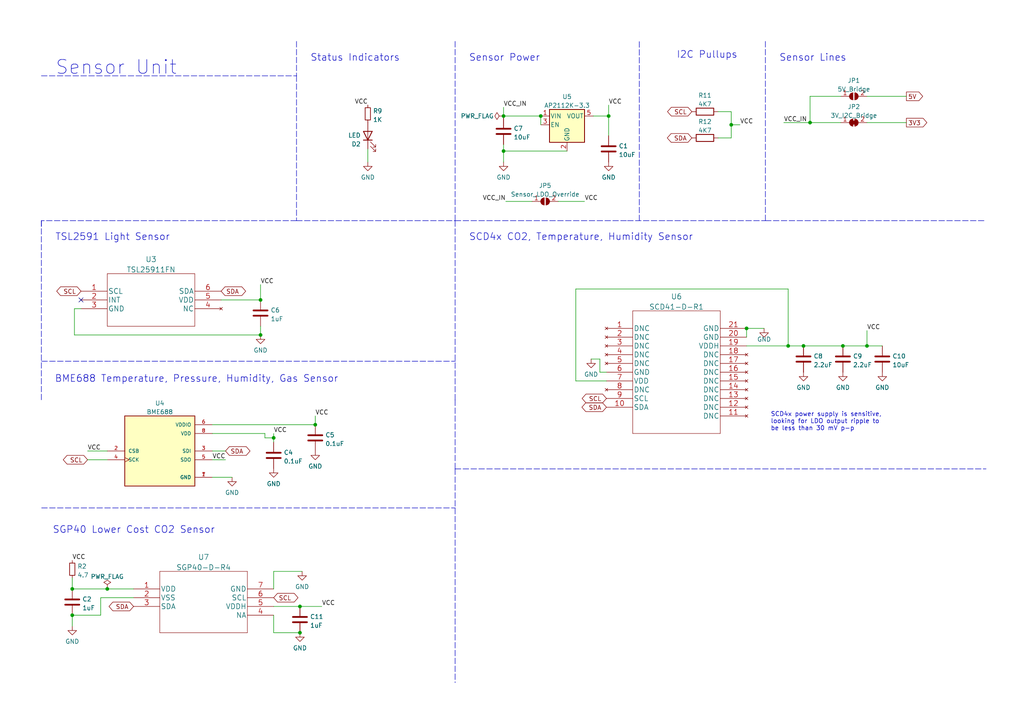
<source format=kicad_sch>
(kicad_sch (version 20211123) (generator eeschema)
  (paper "A4")
  (title_block (title "Mushlogger") (date "2022-11-30") (rev "v4") (company "Zach Goldstein"))
  (lib_symbols
    (symbol "BME688:BME688" (pin_names (offset 1.016))
      (property "Reference" "U" (at -10.16 10.668 0))
      (property "Value" "BME688" (at -10.16 -12.7 0))
      (symbol "BME688_0_0"
        (rectangle (start -10.16 -10.16) (end 10.16 10.16) (stroke (width 0.254)) (fill (type background)))
        (pin power_in line (at 15.24 -7.62 180) (length 5.08) (name "GND") (number "1"))
        (pin input line (at -15.24 0 0) (length 5.08) (name "CSB") (number "2"))
        (pin bidirectional line (at 15.24 0 180) (length 5.08) (name "SDI") (number "3"))
        (pin input clock (at -15.24 -2.54 0) (length 5.08) (name "SCK") (number "4"))
        (pin bidirectional line (at 15.24 -2.54 180) (length 5.08) (name "SDO") (number "5"))
        (pin power_in line (at 15.24 7.62 180) (length 5.08) (name "VDDIO") (number "6"))
        (pin power_in line (at 15.24 -7.62 180) (length 5.08) (name "GND") (number "7"))
        (pin power_in line (at 15.24 5.08 180) (length 5.08) (name "VDD") (number "8"))
      )
    )
    (symbol "Device:C" (pin_numbers hide) (pin_names (offset 0.254))
      (property "Reference" "C" (at 0.635 2.54 0))
      (property "Value" "C" (at 0.635 -2.54 0))
      (symbol "C_0_1"
        (polyline (pts (xy -2.032 -0.762) (xy 2.032 -0.762)) (stroke (width 0.508)))
        (polyline (pts (xy -2.032 0.762) (xy 2.032 0.762)) (stroke (width 0.508)))
      )
      (symbol "C_1_1"
        (pin passive line (at 0 3.81 270) (length 2.794) (name "~") (number "1"))
        (pin passive line (at 0 -3.81 90) (length 2.794) (name "~") (number "2"))
      )
    )
    (symbol "Device:LED" (pin_numbers hide) (pin_names (offset 1.016) hide)
      (property "Reference" "D" (at 0 2.54 0))
      (property "Value" "LED" (at 0 -2.54 0))
      (symbol "LED_0_1"
        (polyline (pts (xy -1.27 -1.27) (xy -1.27 1.27)) (stroke (width 0.254)))
        (polyline (pts (xy -1.27 0) (xy 1.27 0)))
        (polyline (pts (xy 1.27 -1.27) (xy 1.27 1.27) (xy -1.27 0) (xy 1.27 -1.27)) (stroke (width 0.254)))
        (polyline (pts (xy -3.048 -0.762) (xy -4.572 -2.286) (xy -3.81 -2.286) (xy -4.572 -2.286) (xy -4.572 -1.524)))
        (polyline (pts (xy -1.778 -0.762) (xy -3.302 -2.286) (xy -2.54 -2.286) (xy -3.302 -2.286) (xy -3.302 -1.524)))
      )
      (symbol "LED_1_1"
        (pin passive line (at -3.81 0 0) (length 2.54) (name "K") (number "1"))
        (pin passive line (at 3.81 0 180) (length 2.54) (name "A") (number "2"))
      )
    )
    (symbol "Device:R" (pin_numbers hide) (pin_names (offset 0))
      (property "Reference" "R" (at 2.032 0 90))
      (property "Value" "R" (at 0 0 90))
      (symbol "R_0_1"
        (rectangle (start -1.016 -2.54) (end 1.016 2.54) (stroke (width 0.254)))
      )
      (symbol "R_1_1"
        (pin passive line (at 0 3.81 270) (length 1.27) (name "~") (number "1"))
        (pin passive line (at 0 -3.81 90) (length 1.27) (name "~") (number "2"))
      )
    )
    (symbol "Device:R_Small" (pin_numbers hide) (pin_names (offset 0.254) hide)
      (property "Reference" "R" (at 0.762 0.508 0))
      (property "Value" "R_Small" (at 0.762 -1.016 0))
      (symbol "R_Small_0_1"
        (rectangle (start -0.762 1.778) (end 0.762 -1.778) (stroke (width 0.2032)))
      )
      (symbol "R_Small_1_1"
        (pin passive line (at 0 2.54 270) (length 0.762) (name "~") (number "1"))
        (pin passive line (at 0 -2.54 90) (length 0.762) (name "~") (number "2"))
      )
    )
    (symbol "Jumper:SolderJumper_2_Bridged" (pin_names (offset 0) hide)
      (property "Reference" "JP" (at 0 2.032 0))
      (property "Value" "SolderJumper_2_Bridged" (at 0 -2.54 0))
      (symbol "SolderJumper_2_Bridged_0_1"
        (rectangle (start -0.508 0.508) (end 0.508 -0.508) (fill (type outline)))
        (arc (start -0.254 1.016) (mid -1.27 0) (end -0.254 -1.016))
        (arc (start -0.254 1.016) (mid -1.27 0) (end -0.254 -1.016) (fill (type outline)))
        (polyline (pts (xy -0.254 1.016) (xy -0.254 -1.016)))
        (polyline (pts (xy 0.254 1.016) (xy 0.254 -1.016)))
        (arc (start 0.254 -1.016) (mid 1.27 0) (end 0.254 1.016))
        (arc (start 0.254 -1.016) (mid 1.27 0) (end 0.254 1.016) (fill (type outline)))
      )
      (symbol "SolderJumper_2_Bridged_1_1"
        (pin passive line (at -3.81 0 0) (length 2.54) (name "A") (number "1"))
        (pin passive line (at 3.81 0 180) (length 2.54) (name "B") (number "2"))
      )
    )
    (symbol "Jumper:SolderJumper_2_Open" (pin_names (offset 0) hide)
      (property "Reference" "JP" (at 0 2.032 0))
      (property "Value" "SolderJumper_2_Open" (at 0 -2.54 0))
      (symbol "SolderJumper_2_Open_0_1"
        (arc (start -0.254 1.016) (mid -1.27 0) (end -0.254 -1.016))
        (arc (start -0.254 1.016) (mid -1.27 0) (end -0.254 -1.016) (fill (type outline)))
        (polyline (pts (xy -0.254 1.016) (xy -0.254 -1.016)))
        (polyline (pts (xy 0.254 1.016) (xy 0.254 -1.016)))
        (arc (start 0.254 -1.016) (mid 1.27 0) (end 0.254 1.016))
        (arc (start 0.254 -1.016) (mid 1.27 0) (end 0.254 1.016) (fill (type outline)))
      )
      (symbol "SolderJumper_2_Open_1_1"
        (pin passive line (at -3.81 0 0) (length 2.54) (name "A") (number "1"))
        (pin passive line (at 3.81 0 180) (length 2.54) (name "B") (number "2"))
      )
    )
    (symbol "Regulator_Linear:AP2112K-3.3" (pin_names (offset 0.254))
      (property "Reference" "U" (at -5.08 5.715 0))
      (property "Value" "AP2112K-3.3" (at 0 5.715 0))
      (symbol "AP2112K-3.3_0_1"
        (rectangle (start -5.08 4.445) (end 5.08 -5.08) (stroke (width 0.254)) (fill (type background)))
      )
      (symbol "AP2112K-3.3_1_1"
        (pin power_in line (at -7.62 2.54 0) (length 2.54) (name "VIN") (number "1"))
        (pin power_in line (at 0 -7.62 90) (length 2.54) (name "GND") (number "2"))
        (pin input line (at -7.62 0 0) (length 2.54) (name "EN") (number "3"))
        (pin no_connect line (at 5.08 0 180) (length 2.54) hide (name "NC") (number "4"))
        (pin power_out line (at 7.62 2.54 180) (length 2.54) (name "VOUT") (number "5"))
      )
    )
    (symbol "power:GND" (power) (pin_names (offset 0))
      (property "Value" "GND" (at 0 -3.81 0))
      (symbol "GND_0_1"
        (polyline (pts (xy 0 0) (xy 0 -1.27) (xy 1.27 -1.27) (xy 0 -2.54) (xy -1.27 -1.27) (xy 0 -1.27)))
      )
      (symbol "GND_1_1"
        (pin power_in line (at 0 0 270) (length 0) hide (name "GND") (number "1"))
      )
    )
    (symbol "power:PWR_FLAG" (power) (pin_numbers hide) (pin_names (offset 0) hide)
      (property "Value" "PWR_FLAG" (at 0 3.81 0))
      (symbol "PWR_FLAG_0_0"
        (pin power_out line (at 0 0 90) (length 0) (name "pwr") (number "1"))
      )
      (symbol "PWR_FLAG_0_1"
        (polyline (pts (xy 0 0) (xy 0 1.27) (xy -1.016 1.905) (xy 0 2.54) (xy 1.016 1.905) (xy 0 1.27)))
      )
    )
    (symbol "ul_SCD41-D-R1:SCD41-D-R1" (pin_names (offset 0.254))
      (property "Reference" "U" (at 20.32 10.16 0))
      (property "Value" "SCD41-D-R1" (at 20.32 7.62 0))
      (symbol "SCD41-D-R1_1_1"
        (polyline (pts (xy 7.62 -30.48) (xy 33.02 -30.48)) (stroke (width 0.127)))
        (polyline (pts (xy 7.62 5.08) (xy 7.62 -30.48)) (stroke (width 0.127)))
        (polyline (pts (xy 33.02 -30.48) (xy 33.02 5.08)) (stroke (width 0.127)))
        (polyline (pts (xy 33.02 5.08) (xy 7.62 5.08)) (stroke (width 0.127)))
        (pin no_connect line (at 0 0 0) (length 7.62) (name "DNC") (number "1"))
        (pin bidirectional line (at 0 -22.86 0) (length 7.62) (name "SDA") (number "10"))
        (pin no_connect line (at 40.64 -25.4 180) (length 7.62) (name "DNC") (number "11"))
        (pin no_connect line (at 40.64 -22.86 180) (length 7.62) (name "DNC") (number "12"))
        (pin no_connect line (at 40.64 -20.32 180) (length 7.62) (name "DNC") (number "13"))
        (pin no_connect line (at 40.64 -17.78 180) (length 7.62) (name "DNC") (number "14"))
        (pin no_connect line (at 40.64 -15.24 180) (length 7.62) (name "DNC") (number "15"))
        (pin no_connect line (at 40.64 -12.7 180) (length 7.62) (name "DNC") (number "16"))
        (pin no_connect line (at 40.64 -10.16 180) (length 7.62) (name "DNC") (number "17"))
        (pin no_connect line (at 40.64 -7.62 180) (length 7.62) (name "DNC") (number "18"))
        (pin power_in line (at 40.64 -5.08 180) (length 7.62) (name "VDDH") (number "19"))
        (pin no_connect line (at 0 -2.54 0) (length 7.62) (name "DNC") (number "2"))
        (pin power_in line (at 40.64 -2.54 180) (length 7.62) (name "GND") (number "20"))
        (pin power_in line (at 40.64 0 180) (length 7.62) (name "GND") (number "21"))
        (pin no_connect line (at 0 -5.08 0) (length 7.62) (name "DNC") (number "3"))
        (pin no_connect line (at 0 -7.62 0) (length 7.62) (name "DNC") (number "4"))
        (pin no_connect line (at 0 -10.16 0) (length 7.62) (name "DNC") (number "5"))
        (pin power_in line (at 0 -12.7 0) (length 7.62) (name "GND") (number "6"))
        (pin power_in line (at 0 -15.24 0) (length 7.62) (name "VDD") (number "7"))
        (pin no_connect line (at 0 -17.78 0) (length 7.62) (name "DNC") (number "8"))
        (pin input line (at 0 -20.32 0) (length 7.62) (name "SCL") (number "9"))
      )
    )
    (symbol "ul_SGP40-D-R4:SGP40-D-R4" (pin_names (offset 0.254))
      (property "Reference" "U" (at 20.32 10.16 0))
      (property "Value" "SGP40-D-R4" (at 20.32 7.62 0))
      (symbol "SGP40-D-R4_1_1"
        (polyline (pts (xy 7.62 -12.7) (xy 33.02 -12.7)) (stroke (width 0.127)))
        (polyline (pts (xy 7.62 5.08) (xy 7.62 -12.7)) (stroke (width 0.127)))
        (polyline (pts (xy 33.02 -12.7) (xy 33.02 5.08)) (stroke (width 0.127)))
        (polyline (pts (xy 33.02 5.08) (xy 7.62 5.08)) (stroke (width 0.127)))
        (pin power_in line (at 0 0 0) (length 7.62) (name "VDD") (number "1"))
        (pin power_in line (at 0 -2.54 0) (length 7.62) (name "VSS") (number "2"))
        (pin bidirectional line (at 0 -5.08 0) (length 7.62) (name "SDA") (number "3"))
        (pin power_in line (at 40.64 -7.62 180) (length 7.62) (name "NA") (number "4"))
        (pin power_in line (at 40.64 -5.08 180) (length 7.62) (name "VDDH") (number "5"))
        (pin bidirectional line (at 40.64 -2.54 180) (length 7.62) (name "SCL") (number "6"))
        (pin power_in line (at 40.64 0 180) (length 7.62) (name "GND") (number "7"))
      )
    )
    (symbol "ul_TSL25911FN:TSL25911FN" (pin_names (offset 0.254))
      (property "Reference" "U" (at 20.32 10.16 0))
      (property "Value" "TSL25911FN" (at 20.32 7.62 0))
      (symbol "TSL25911FN_1_1"
        (polyline (pts (xy 7.62 -10.16) (xy 33.02 -10.16)) (stroke (width 0.127)))
        (polyline (pts (xy 7.62 5.08) (xy 7.62 -10.16)) (stroke (width 0.127)))
        (polyline (pts (xy 33.02 -10.16) (xy 33.02 5.08)) (stroke (width 0.127)))
        (polyline (pts (xy 33.02 5.08) (xy 7.62 5.08)) (stroke (width 0.127)))
        (pin input line (at 0 0 0) (length 7.62) (name "SCL") (number "1"))
        (pin unspecified line (at 0 -2.54 0) (length 7.62) (name "INT") (number "2"))
        (pin power_in line (at 0 -5.08 0) (length 7.62) (name "GND") (number "3"))
        (pin no_connect line (at 40.64 -5.08 180) (length 7.62) (name "NC") (number "4"))
        (pin power_in line (at 40.64 -2.54 180) (length 7.62) (name "VDD") (number "5"))
        (pin bidirectional line (at 40.64 0 180) (length 7.62) (name "SDA") (number "6"))
      )
    )
  )
  (junction (at 86.995 175.895))
  (junction (at 20.955 178.435))
  (junction (at 146.05 33.655))
  (junction (at 156.845 33.655))
  (junction (at 86.995 183.515))
  (junction (at 91.44 123.19))
  (junction (at 79.375 127))
  (junction (at 176.53 33.655))
  (junction (at 244.475 100.33))
  (junction (at 228.6 100.33))
  (junction (at 233.045 100.33))
  (junction (at 216.535 95.25))
  (junction (at 212.09 36.195))
  (junction (at 20.955 170.815))
  (junction (at 234.95 35.56))
  (junction (at 251.46 100.33))
  (junction (at 146.05 43.815))
  (junction (at 75.565 86.995))
  (junction (at 31.115 170.815))
  (junction (at 75.565 97.155))
  (no_connect (at 23.495 86.995))
  (wire (pts (xy 227.33 35.56) (xy 234.95 35.56)))
  (polyline (pts (xy 12.08 104.775) (xy 132.08 104.775)))
  (polyline (pts (xy 132 12) (xy 132 16)))
  (polyline (pts (xy 86 64) (xy 12 64)))
  (wire (pts (xy 61.595 123.19) (xy 91.44 123.19)))
  (wire (pts (xy 228.6 100.33) (xy 233.045 100.33)))
  (wire (pts (xy 86.995 175.895) (xy 93.345 175.895)))
  (wire (pts (xy 167.005 83.82) (xy 228.6 83.82)))
  (wire (pts (xy 216.535 95.25) (xy 216.535 97.79)))
  (wire (pts (xy 251.46 35.56) (xy 262.89 35.56)))
  (wire (pts (xy 64.135 86.995) (xy 75.565 86.995)))
  (wire (pts (xy 79.375 183.515) (xy 86.995 183.515)))
  (wire (pts (xy 76.835 127) (xy 76.835 125.73)))
  (polyline (pts (xy 222 64) (xy 222 16)))
  (wire (pts (xy 176.53 33.655) (xy 176.53 39.37)))
  (wire (pts (xy 21.59 97.155) (xy 75.565 97.155)))
  (wire (pts (xy 161.925 58.42) (xy 169.545 58.42)))
  (polyline (pts (xy 132 64) (xy 182 64)))
  (wire (pts (xy 79.375 127) (xy 79.375 128.27)))
  (wire (pts (xy 79.375 127) (xy 76.835 127)))
  (wire (pts (xy 216.535 95.25) (xy 221.615 95.25)))
  (wire (pts (xy 251.46 100.33) (xy 255.905 100.33)))
  (polyline (pts (xy 12 64) (xy 12 66)))
  (polyline (pts (xy 12.065 147.32) (xy 132.065 147.32)))
  (polyline (pts (xy 182 64) (xy 222 64)))
  (wire (pts (xy 146.05 33.655) (xy 146.05 34.29)))
  (wire (pts (xy 216.535 100.33) (xy 228.6 100.33)))
  (wire (pts (xy 25.4 133.35) (xy 31.115 133.35)))
  (wire (pts (xy 233.045 100.33) (xy 244.475 100.33)))
  (polyline (pts (xy 12 64) (xy 12 116)))
  (polyline (pts (xy 185.42 12.065) (xy 185.42 64.135)))
  (wire (pts (xy 29.21 178.435) (xy 20.955 178.435)))
  (wire (pts (xy 29.21 173.355) (xy 29.21 178.435)))
  (wire (pts (xy 234.95 27.94) (xy 234.95 35.56)))
  (wire (pts (xy 20.955 167.64) (xy 20.955 170.815)))
  (wire (pts (xy 75.565 82.55) (xy 75.565 86.995)))
  (wire (pts (xy 79.375 165.735) (xy 87.63 165.735)))
  (wire (pts (xy 172.085 33.655) (xy 176.53 33.655)))
  (polyline (pts (xy 222 12) (xy 222 16)))
  (wire (pts (xy 228.6 83.82) (xy 228.6 100.33)))
  (polyline (pts (xy 86 64) (xy 132 64)))
  (wire (pts (xy 243.84 27.94) (xy 234.95 27.94)))
  (polyline (pts (xy 86 22) (xy 86 64)))
  (wire (pts (xy 208.28 40.005) (xy 212.09 40.005)))
  (wire (pts (xy 167.005 110.49) (xy 175.895 110.49)))
  (wire (pts (xy 75.565 94.615) (xy 75.565 97.155)))
  (wire (pts (xy 106.68 46.99) (xy 106.68 43.18)))
  (wire (pts (xy 146.05 43.815) (xy 164.465 43.815)))
  (wire (pts (xy 244.475 100.33) (xy 251.46 100.33)))
  (wire (pts (xy 146.05 43.815) (xy 146.05 46.99)))
  (wire (pts (xy 212.09 32.385) (xy 212.09 36.195)))
  (wire (pts (xy 21.59 89.535) (xy 23.495 89.535)))
  (wire (pts (xy 61.595 125.73) (xy 76.835 125.73)))
  (wire (pts (xy 25.4 130.81) (xy 31.115 130.81)))
  (wire (pts (xy 31.115 170.815) (xy 38.735 170.815)))
  (polyline (pts (xy 132 136) (xy 286 136)))
  (polyline (pts (xy 86 12) (xy 86 22)))
  (wire (pts (xy 20.955 170.815) (xy 31.115 170.815)))
  (wire (pts (xy 79.375 175.895) (xy 86.995 175.895)))
  (polyline (pts (xy 132 136) (xy 132 198)))
  (wire (pts (xy 176.53 33.655) (xy 176.53 30.48)))
  (wire (pts (xy 146.05 41.91) (xy 146.05 43.815)))
  (wire (pts (xy 208.28 32.385) (xy 212.09 32.385)))
  (polyline (pts (xy 222 64) (xy 286 64)))
  (wire (pts (xy 146.685 58.42) (xy 154.305 58.42)))
  (wire (pts (xy 79.375 178.435) (xy 79.375 183.515)))
  (wire (pts (xy 61.595 130.81) (xy 65.405 130.81)))
  (wire (pts (xy 61.595 138.43) (xy 67.31 138.43)))
  (wire (pts (xy 173.99 107.95) (xy 173.99 104.14)))
  (wire (pts (xy 173.99 104.14) (xy 171.45 104.14)))
  (wire (pts (xy 79.375 170.815) (xy 79.375 165.735)))
  (wire (pts (xy 79.375 125.73) (xy 79.375 127)))
  (wire (pts (xy 234.95 35.56) (xy 243.84 35.56)))
  (polyline (pts (xy 132 116) (xy 132 136)))
  (wire (pts (xy 38.735 173.355) (xy 29.21 173.355)))
  (polyline (pts (xy 12 22) (xy 86 22)))
  (wire (pts (xy 212.09 36.195) (xy 214.63 36.195)))
  (polyline (pts (xy 132 64) (xy 132 16)))
  (wire (pts (xy 146.05 31.115) (xy 146.05 33.655)))
  (wire (pts (xy 21.59 97.155) (xy 21.59 89.535)))
  (wire (pts (xy 251.46 95.885) (xy 251.46 100.33)))
  (wire (pts (xy 20.955 178.435) (xy 20.955 181.61)))
  (wire (pts (xy 167.005 110.49) (xy 167.005 83.82)))
  (wire (pts (xy 91.44 120.65) (xy 91.44 123.19)))
  (wire (pts (xy 156.845 33.655) (xy 146.05 33.655)))
  (wire (pts (xy 156.845 33.655) (xy 156.845 36.195)))
  (polyline (pts (xy 132 116) (xy 132 64)))
  (wire (pts (xy 212.09 40.005) (xy 212.09 36.195)))
  (wire (pts (xy 251.46 27.94) (xy 262.89 27.94)))
  (wire (pts (xy 175.895 107.95) (xy 173.99 107.95)))
  (wire (pts (xy 61.595 133.35) (xy 65.405 133.35)))
  (text "Sensor Lines" (at 226 18 0) (effects (font (size 2 2)) (justify left bottom)))
  (text "TSL2591 Light Sensor" (at 16 70 0) (effects (font (size 2 2)) (justify left bottom)))
  (text "I2C Pullups" (at 196.215 17.145 0) (effects (font (size 2 2)) (justify left bottom)))
  (text "Sensor Power" (at 136 18 0) (effects (font (size 2 2)) (justify left bottom)))
  (text "SGP40 Lower Cost CO2 Sensor" (at 15.24 154.94 0) (effects (font (size 2 2)) (justify left bottom)))
  (text "Status Indicators" (at 90 18 0) (effects (font (size 2 2)) (justify left bottom)))
  (text "SCD4x CO2, Temperature, Humidity Sensor " (at 136 70 0) (effects (font (size 2 2)) (justify left bottom)))
  (text "Sensor Unit" (at 16 22 0) (effects (font (size 4 4)) (justify left bottom)))
  (text "SCD4x power supply is sensitive, \nlooking for LDO output ripple to \nbe less than 30 mV p-p" (at 223.52 125.095 0) (effects (font (size 1.27 1.27)) (justify left bottom)))
  (text "BME688 Temperature, Pressure, Humidity, Gas Sensor" (at 15.875 111.125 0) (effects (font (size 2 2)) (justify left bottom)))
  (label "VCC" (at 251.46 95.885 0))
  (label "VCC" (at 214.63 36.195 0))
  (label "VCC" (at 169.545 58.42 0))
  (label "VCC" (at 93.345 175.895 0))
  (label "VCC_IN" (at 146.05 31.115 0))
  (label "VCC" (at 176.53 30.48 0))
  (label "VCC" (at 65.405 133.35 180))
  (label "VCC" (at 20.955 162.56 0))
  (label "VCC" (at 106.68 30.48 180))
  (label "VCC_IN" (at 146.685 58.42 180))
  (label "VCC" (at 79.375 125.73 0))
  (label "VCC_IN" (at 227.33 35.56 0))
  (label "VCC" (at 91.44 120.65 0))
  (label "VCC" (at 25.4 130.81 0))
  (label "VCC" (at 75.565 82.55 0))
  (global_label "SCL" (shape bidirectional) (at 175.895 115.57 180) (property "Intersheet References" "${INTERSHEET_REFS}" (effects hide)))
  (global_label "5V" (shape output) (at 262.89 27.94 0) (property "Intersheet References" "${INTERSHEET_REFS}" (effects hide)))
  (global_label "SDA" (shape bidirectional) (at 175.895 118.11 180) (property "Intersheet References" "${INTERSHEET_REFS}" (effects hide)))
  (global_label "SCL" (shape bidirectional) (at 79.375 173.355 0) (property "Intersheet References" "${INTERSHEET_REFS}" (effects hide)))
  (global_label "SCL" (shape bidirectional) (at 23.495 84.455 180) (property "Intersheet References" "${INTERSHEET_REFS}" (effects hide)))
  (global_label "SDA" (shape bidirectional) (at 64.135 84.455 0) (property "Intersheet References" "${INTERSHEET_REFS}" (effects hide)))
  (global_label "3V3" (shape output) (at 262.89 35.56 0) (property "Intersheet References" "${INTERSHEET_REFS}" (effects hide)))
  (global_label "SCL" (shape bidirectional) (at 25.4 133.35 180) (property "Intersheet References" "${INTERSHEET_REFS}" (effects hide)))
  (global_label "SDA" (shape bidirectional) (at 38.735 175.895 180) (property "Intersheet References" "${INTERSHEET_REFS}" (effects hide)))
  (global_label "SDA" (shape bidirectional) (at 200.66 40.005 180) (property "Intersheet References" "${INTERSHEET_REFS}" (effects hide)))
  (global_label "SDA" (shape bidirectional) (at 65.405 130.81 0) (property "Intersheet References" "${INTERSHEET_REFS}" (effects hide)))
  (global_label "SCL" (shape bidirectional) (at 200.66 32.385 180) (property "Intersheet References" "${INTERSHEET_REFS}" (effects hide)))
  (symbol (lib_id "Device:R_Small") (at 106.68 33.02 180) (unit 1)
    (property "Reference" "R9" (at 108.1786 32.1853 0) (effects (justify right)))
    (property "Value" "1K" (at 108.1786 34.7222 0) (effects (justify right)))
    (property "Footprint" "Resistor_SMD:R_0805_2012Metric" (effects hide))
  )
  (symbol (lib_id "Device:C") (at 255.905 104.14 0) (unit 1)
    (property "Reference" "C10" (at 258.826 103.3053 0) (effects (justify left)))
    (property "Value" "10uF" (at 258.826 105.8422 0) (effects (justify left)))
    (property "Footprint" "Capacitor_SMD:C_0805_2012Metric" (effects hide))
  )
  (symbol (lib_id "Device:R") (at 204.47 32.385 90) (unit 1)
    (property "Reference" "R11" (at 204.47 27.6692 90))
    (property "Value" "4K7" (at 204.47 30.2061 90))
    (property "Footprint" "Resistor_SMD:R_0805_2012Metric" (effects hide))
  )
  (symbol (lib_id "Device:C") (at 176.53 43.18 0) (unit 1)
    (property "Reference" "C1" (at 179.451 42.3453 0) (effects (justify left)))
    (property "Value" "10uF" (at 179.451 44.8822 0) (effects (justify left)))
    (property "Footprint" "Capacitor_SMD:C_0805_2012Metric" (effects hide))
  )
  (symbol (lib_id "Device:R") (at 204.47 40.005 90) (unit 1)
    (property "Reference" "R12" (at 204.47 35.2892 90))
    (property "Value" "4K7" (at 204.47 37.8261 90))
    (property "Footprint" "Resistor_SMD:R_0805_2012Metric" (effects hide))
  )
  (symbol (lib_id "power:GND") (at 79.375 135.89 0) (unit 1)
    (property "Reference" "#PWR0103" (effects hide))
    (property "Value" "GND" (at 79.375 140.3334 0))
  )
  (symbol (lib_id "Jumper:SolderJumper_2_Open") (at 247.65 27.94 0) (unit 1)
    (property "Reference" "JP1" (at 247.65 23.3512 0))
    (property "Value" "5V_Bridge" (at 247.65 25.8881 0))
    (property "Footprint" "Jumper:SolderJumper-2_P1.3mm_Open_Pad1.0x1.5mm" (effects hide))
  )
  (symbol (lib_id "Device:C") (at 86.995 179.705 0) (unit 1)
    (property "Reference" "C11" (at 89.916 178.8703 0) (effects (justify left)))
    (property "Value" "1uF" (at 89.916 181.4072 0) (effects (justify left)))
    (property "Footprint" "Capacitor_SMD:C_0805_2012Metric" (effects hide))
  )
  (symbol (lib_id "ul_SGP40-D-R4:SGP40-D-R4") (at 38.735 170.815 0) (unit 1)
    (property "Reference" "U7" (at 59.055 161.5874 0) (effects (font (size 1.524 1.524))))
    (property "Value" "SGP40-D-R4" (at 59.055 164.5808 0) (effects (font (size 1.524 1.524))))
    (property "Footprint" "ul_SGP40-D-R4:SGP40-D-R4" (effects hide))
  )
  (symbol (lib_id "Device:C") (at 244.475 104.14 0) (unit 1)
    (property "Reference" "C9" (at 247.396 103.3053 0) (effects (justify left)))
    (property "Value" "2.2uF" (at 247.396 105.8422 0) (effects (justify left)))
    (property "Footprint" "Capacitor_SMD:C_0805_2012Metric" (effects hide))
  )
  (symbol (lib_id "power:GND") (at 221.615 95.25 0) (unit 1)
    (property "Reference" "#PWR0108" (effects hide))
    (property "Value" "GND" (at 221.615 98.425 0))
  )
  (symbol (lib_id "power:GND") (at 106.68 46.99 0) (unit 1)
    (property "Reference" "#PWR0110" (effects hide))
    (property "Value" "GND" (at 106.68 51.4334 0))
  )
  (symbol (lib_id "Jumper:SolderJumper_2_Open") (at 158.115 58.42 0) (unit 1)
    (property "Reference" "JP5" (at 158.115 53.8312 0))
    (property "Value" "Sensor_LDO_Override" (at 158.115 56.3681 0))
    (property "Footprint" "Jumper:SolderJumper-2_P1.3mm_Open_Pad1.0x1.5mm" (effects hide))
  )
  (symbol (lib_id "power:GND") (at 171.45 104.14 0) (unit 1)
    (property "Reference" "#PWR0109" (effects hide))
    (property "Value" "GND" (at 171.45 108.5834 0))
  )
  (symbol (lib_id "power:GND") (at 75.565 97.155 0) (unit 1)
    (property "Reference" "#PWR0102" (effects hide))
    (property "Value" "GND" (at 75.565 101.5984 0))
  )
  (symbol (lib_id "ul_TSL25911FN:TSL25911FN") (at 23.495 84.455 0) (unit 1)
    (property "Reference" "U3" (at 43.815 75.2274 0) (effects (font (size 1.524 1.524))))
    (property "Value" "TSL25911FN" (at 43.815 78.2208 0) (effects (font (size 1.524 1.524))))
    (property "Footprint" "ul_TSL25911FN:TSL25911FN" (effects hide))
  )
  (symbol (lib_id "Device:C") (at 20.955 174.625 0) (unit 1)
    (property "Reference" "C2" (at 23.876 173.7903 0) (effects (justify left)))
    (property "Value" "1uF" (at 23.876 176.3272 0) (effects (justify left)))
    (property "Footprint" "Capacitor_SMD:C_0805_2012Metric" (effects hide))
  )
  (symbol (lib_id "power:GND") (at 146.05 46.99 0) (unit 1)
    (property "Reference" "#PWR0124" (effects hide))
    (property "Value" "GND" (at 146.05 51.4334 0))
  )
  (symbol (lib_id "power:GND") (at 255.905 107.95 0) (unit 1)
    (property "Reference" "#PWR0105" (effects hide))
    (property "Value" "GND" (at 255.905 112.3934 0))
  )
  (symbol (lib_id "power:GND") (at 233.045 107.95 0) (unit 1)
    (property "Reference" "#PWR0107" (effects hide))
    (property "Value" "GND" (at 233.045 112.3934 0))
  )
  (symbol (lib_id "Device:C") (at 146.05 38.1 0) (unit 1)
    (property "Reference" "C7" (at 148.971 37.2653 0) (effects (justify left)))
    (property "Value" "10uF" (at 148.971 39.8022 0) (effects (justify left)))
    (property "Footprint" "Capacitor_SMD:C_0805_2012Metric" (effects hide))
  )
  (symbol (lib_id "BME688:BME688") (at 46.355 130.81 0) (unit 1)
    (property "Reference" "U4" (at 46.355 116.9502 0))
    (property "Value" "BME688" (at 46.355 119.4871 0))
    (property "Footprint" "BME688:IC_BME688" (effects hide))
    (property "STANDARD" "Manufacturer recommendations" (effects hide))
    (property "MANUFACTURER" "BOSCH" (effects hide))
    (property "PARTREV" "1.0" (effects hide))
    (property "MAXIMUM_PACKAGE_HEIGHT" "1.0 mm" (effects hide))
  )
  (symbol (lib_id "power:GND") (at 67.31 138.43 0) (unit 1)
    (property "Reference" "#PWR0119" (effects hide))
    (property "Value" "GND" (at 67.31 142.8734 0))
  )
  (symbol (lib_id "ul_SCD41-D-R1:SCD41-D-R1") (at 175.895 95.25 0) (unit 1)
    (property "Reference" "U6" (at 196.215 86.0224 0) (effects (font (size 1.524 1.524))))
    (property "Value" "SCD41-D-R1" (at 196.215 89.0158 0) (effects (font (size 1.524 1.524))))
    (property "Footprint" "ul_SCD41-D-R1:SCD41-D-R1" (effects hide))
  )
  (symbol (lib_id "Device:R_Small") (at 20.955 165.1 180) (unit 1)
    (property "Reference" "R2" (at 22.4536 164.2653 0) (effects (justify right)))
    (property "Value" "4.7" (at 22.4536 166.8022 0) (effects (justify right)))
    (property "Footprint" "Resistor_SMD:R_0805_2012Metric" (effects hide))
  )
  (symbol (lib_id "Device:C") (at 79.375 132.08 0) (unit 1)
    (property "Reference" "C4" (at 82.296 131.2453 0) (effects (justify left)))
    (property "Value" "0.1uF" (at 82.296 133.7822 0) (effects (justify left)))
    (property "Footprint" "Capacitor_SMD:C_0805_2012Metric" (effects hide))
  )
  (symbol (lib_id "Device:LED") (at 106.68 39.37 90) (unit 1)
    (property "Reference" "D2" (at 104.648 41.7922 90) (effects (justify left)))
    (property "Value" "LED" (at 104.648 39.2553 90) (effects (justify left)))
    (property "Footprint" "LED_SMD:LED_0805_2012Metric" (effects hide))
  )
  (symbol (lib_id "Device:C") (at 233.045 104.14 0) (unit 1)
    (property "Reference" "C8" (at 235.966 103.3053 0) (effects (justify left)))
    (property "Value" "2.2uF" (at 235.966 105.8422 0) (effects (justify left)))
    (property "Footprint" "Capacitor_SMD:C_0805_2012Metric" (effects hide))
  )
  (symbol (lib_id "power:PWR_FLAG") (at 146.05 33.655 90) (unit 1)
    (property "Reference" "#FLG0107" (effects hide))
    (property "Value" "PWR_FLAG" (at 138.43 33.655 90))
  )
  (symbol (lib_id "power:GND") (at 87.63 165.735 0) (unit 1)
    (property "Reference" "#PWR0125" (effects hide))
    (property "Value" "GND" (at 87.63 170.1784 0))
  )
  (symbol (lib_id "power:GND") (at 86.995 183.515 0) (unit 1)
    (property "Reference" "#PWR0120" (effects hide))
    (property "Value" "GND" (at 86.995 187.9584 0))
  )
  (symbol (lib_id "power:PWR_FLAG") (at 31.115 170.815 0) (unit 1)
    (property "Reference" "#FLG0106" (effects hide))
    (property "Value" "PWR_FLAG" (at 31.115 167.2392 0))
  )
  (symbol (lib_id "Regulator_Linear:AP2112K-3.3") (at 164.465 36.195 0) (unit 1)
    (property "Reference" "U5" (at 164.465 28.0502 0))
    (property "Value" "AP2112K-3.3" (at 164.465 30.5871 0))
    (property "Footprint" "Package_TO_SOT_SMD:SOT-23-5" (effects hide))
    (property "Datasheet" "https://www.diodes.com/assets/Datasheets/AP2112.pdf" (effects hide))
  )
  (symbol (lib_id "Device:C") (at 91.44 127 0) (unit 1)
    (property "Reference" "C5" (at 94.361 126.1653 0) (effects (justify left)))
    (property "Value" "0.1uF" (at 94.361 128.7022 0) (effects (justify left)))
    (property "Footprint" "Capacitor_SMD:C_0805_2012Metric" (effects hide))
  )
  (symbol (lib_id "power:GND") (at 176.53 46.99 0) (unit 1)
    (property "Reference" "#PWR0111" (effects hide))
    (property "Value" "GND" (at 176.53 51.4334 0))
  )
  (symbol (lib_id "power:GND") (at 244.475 107.95 0) (unit 1)
    (property "Reference" "#PWR0106" (effects hide))
    (property "Value" "GND" (at 244.475 112.3934 0))
  )
  (symbol (lib_id "power:GND") (at 20.955 181.61 0) (unit 1)
    (property "Reference" "#PWR0116" (effects hide))
    (property "Value" "GND" (at 20.955 186.0534 0))
  )
  (symbol (lib_id "Jumper:SolderJumper_2_Bridged") (at 247.65 35.56 0) (unit 1)
    (property "Reference" "JP2" (at 247.65 30.9712 0))
    (property "Value" "3V_I2C_Bridge" (at 247.65 33.5081 0))
    (property "Footprint" "Jumper:SolderJumper-2_P1.3mm_Bridged_Pad1.0x1.5mm" (effects hide))
  )
  (symbol (lib_id "Device:C") (at 75.565 90.805 0) (unit 1)
    (property "Reference" "C6" (at 78.486 89.9703 0) (effects (justify left)))
    (property "Value" "1uF" (at 78.486 92.5072 0) (effects (justify left)))
    (property "Footprint" "Capacitor_SMD:C_0805_2012Metric" (effects hide))
  )
  (symbol (lib_id "power:GND") (at 91.44 130.81 0) (unit 1)
    (property "Reference" "#PWR0104" (effects hide))
    (property "Value" "GND" (at 91.44 135.2534 0))
  )
)
</source>
